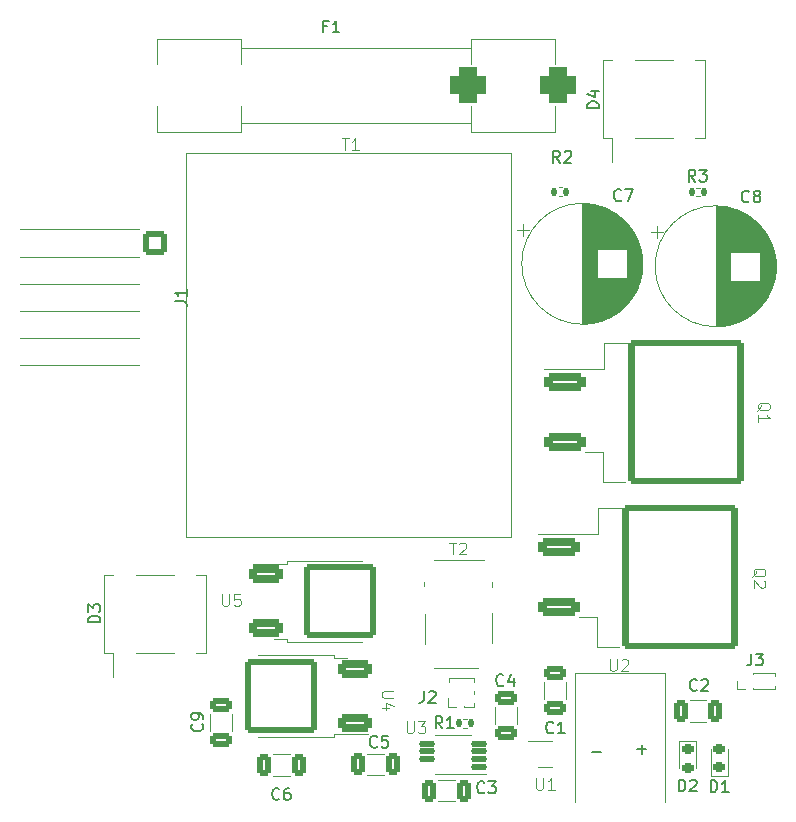
<source format=gto>
G04 #@! TF.GenerationSoftware,KiCad,Pcbnew,7.0.6*
G04 #@! TF.CreationDate,2023-11-30T23:32:02-05:00*
G04 #@! TF.ProjectId,TeslaCoil,5465736c-6143-46f6-996c-2e6b69636164,rev?*
G04 #@! TF.SameCoordinates,Original*
G04 #@! TF.FileFunction,Legend,Top*
G04 #@! TF.FilePolarity,Positive*
%FSLAX46Y46*%
G04 Gerber Fmt 4.6, Leading zero omitted, Abs format (unit mm)*
G04 Created by KiCad (PCBNEW 7.0.6) date 2023-11-30 23:32:02*
%MOMM*%
%LPD*%
G01*
G04 APERTURE LIST*
G04 Aperture macros list*
%AMRoundRect*
0 Rectangle with rounded corners*
0 $1 Rounding radius*
0 $2 $3 $4 $5 $6 $7 $8 $9 X,Y pos of 4 corners*
0 Add a 4 corners polygon primitive as box body*
4,1,4,$2,$3,$4,$5,$6,$7,$8,$9,$2,$3,0*
0 Add four circle primitives for the rounded corners*
1,1,$1+$1,$2,$3*
1,1,$1+$1,$4,$5*
1,1,$1+$1,$6,$7*
1,1,$1+$1,$8,$9*
0 Add four rect primitives between the rounded corners*
20,1,$1+$1,$2,$3,$4,$5,0*
20,1,$1+$1,$4,$5,$6,$7,0*
20,1,$1+$1,$6,$7,$8,$9,0*
20,1,$1+$1,$8,$9,$2,$3,0*%
G04 Aperture macros list end*
%ADD10C,0.100000*%
%ADD11C,0.150000*%
%ADD12C,0.120000*%
%ADD13C,0.120711*%
%ADD14C,1.000000*%
%ADD15R,1.500000X2.000000*%
%ADD16RoundRect,0.250000X-0.325000X-0.650000X0.325000X-0.650000X0.325000X0.650000X-0.325000X0.650000X0*%
%ADD17R,0.850000X0.850000*%
%ADD18O,0.850000X0.850000*%
%ADD19RoundRect,0.363637X-1.386363X-0.436363X1.386363X-0.436363X1.386363X0.436363X-1.386363X0.436363X0*%
%ADD20RoundRect,0.259311X-4.615689X-5.840689X4.615689X-5.840689X4.615689X5.840689X-4.615689X5.840689X0*%
%ADD21RoundRect,0.250000X0.650000X-0.325000X0.650000X0.325000X-0.650000X0.325000X-0.650000X-0.325000X0*%
%ADD22RoundRect,0.135000X-0.135000X-0.185000X0.135000X-0.185000X0.135000X0.185000X-0.135000X0.185000X0*%
%ADD23RoundRect,0.750000X0.750000X0.750000X-0.750000X0.750000X-0.750000X-0.750000X0.750000X-0.750000X0*%
%ADD24C,3.000000*%
%ADD25RoundRect,0.312500X1.087500X0.437500X-1.087500X0.437500X-1.087500X-0.437500X1.087500X-0.437500X0*%
%ADD26RoundRect,0.262928X2.787072X2.887072X-2.787072X2.887072X-2.787072X-2.887072X2.787072X-2.887072X0*%
%ADD27R,0.850000X0.350000*%
%ADD28RoundRect,0.218750X0.256250X-0.218750X0.256250X0.218750X-0.256250X0.218750X-0.256250X-0.218750X0*%
%ADD29RoundRect,0.250000X-0.650000X0.325000X-0.650000X-0.325000X0.650000X-0.325000X0.650000X0.325000X0*%
%ADD30RoundRect,0.112500X-0.587500X0.112500X-0.587500X-0.112500X0.587500X-0.112500X0.587500X0.112500X0*%
%ADD31R,2.000000X2.000000*%
%ADD32C,2.000000*%
%ADD33RoundRect,0.312500X-1.087500X-0.437500X1.087500X-0.437500X1.087500X0.437500X-1.087500X0.437500X0*%
%ADD34RoundRect,0.262928X-2.787072X-2.887072X2.787072X-2.887072X2.787072X2.887072X-2.787072X2.887072X0*%
%ADD35RoundRect,0.218750X-0.256250X0.218750X-0.256250X-0.218750X0.256250X-0.218750X0.256250X0.218750X0*%
%ADD36C,2.600000*%
%ADD37C,2.100000*%
%ADD38RoundRect,0.250001X-0.799999X0.799999X-0.799999X-0.799999X0.799999X-0.799999X0.799999X0.799999X0*%
%ADD39C,1.650000*%
%ADD40C,3.200000*%
%ADD41R,0.900000X0.900000*%
%ADD42R,1.270000X1.520000*%
G04 APERTURE END LIST*
D10*
X103878095Y-64667419D02*
X104449523Y-64667419D01*
X104163809Y-65667419D02*
X104163809Y-64667419D01*
X105306666Y-65667419D02*
X104735238Y-65667419D01*
X105020952Y-65667419D02*
X105020952Y-64667419D01*
X105020952Y-64667419D02*
X104925714Y-64810276D01*
X104925714Y-64810276D02*
X104830476Y-64905514D01*
X104830476Y-64905514D02*
X104735238Y-64953133D01*
D11*
X125654819Y-62118094D02*
X124654819Y-62118094D01*
X124654819Y-62118094D02*
X124654819Y-61879999D01*
X124654819Y-61879999D02*
X124702438Y-61737142D01*
X124702438Y-61737142D02*
X124797676Y-61641904D01*
X124797676Y-61641904D02*
X124892914Y-61594285D01*
X124892914Y-61594285D02*
X125083390Y-61546666D01*
X125083390Y-61546666D02*
X125226247Y-61546666D01*
X125226247Y-61546666D02*
X125416723Y-61594285D01*
X125416723Y-61594285D02*
X125511961Y-61641904D01*
X125511961Y-61641904D02*
X125607200Y-61737142D01*
X125607200Y-61737142D02*
X125654819Y-61879999D01*
X125654819Y-61879999D02*
X125654819Y-62118094D01*
X124988152Y-60689523D02*
X125654819Y-60689523D01*
X124607200Y-60927618D02*
X125321485Y-61165713D01*
X125321485Y-61165713D02*
X125321485Y-60546666D01*
X106853333Y-116159580D02*
X106805714Y-116207200D01*
X106805714Y-116207200D02*
X106662857Y-116254819D01*
X106662857Y-116254819D02*
X106567619Y-116254819D01*
X106567619Y-116254819D02*
X106424762Y-116207200D01*
X106424762Y-116207200D02*
X106329524Y-116111961D01*
X106329524Y-116111961D02*
X106281905Y-116016723D01*
X106281905Y-116016723D02*
X106234286Y-115826247D01*
X106234286Y-115826247D02*
X106234286Y-115683390D01*
X106234286Y-115683390D02*
X106281905Y-115492914D01*
X106281905Y-115492914D02*
X106329524Y-115397676D01*
X106329524Y-115397676D02*
X106424762Y-115302438D01*
X106424762Y-115302438D02*
X106567619Y-115254819D01*
X106567619Y-115254819D02*
X106662857Y-115254819D01*
X106662857Y-115254819D02*
X106805714Y-115302438D01*
X106805714Y-115302438D02*
X106853333Y-115350057D01*
X107758095Y-115254819D02*
X107281905Y-115254819D01*
X107281905Y-115254819D02*
X107234286Y-115731009D01*
X107234286Y-115731009D02*
X107281905Y-115683390D01*
X107281905Y-115683390D02*
X107377143Y-115635771D01*
X107377143Y-115635771D02*
X107615238Y-115635771D01*
X107615238Y-115635771D02*
X107710476Y-115683390D01*
X107710476Y-115683390D02*
X107758095Y-115731009D01*
X107758095Y-115731009D02*
X107805714Y-115826247D01*
X107805714Y-115826247D02*
X107805714Y-116064342D01*
X107805714Y-116064342D02*
X107758095Y-116159580D01*
X107758095Y-116159580D02*
X107710476Y-116207200D01*
X107710476Y-116207200D02*
X107615238Y-116254819D01*
X107615238Y-116254819D02*
X107377143Y-116254819D01*
X107377143Y-116254819D02*
X107281905Y-116207200D01*
X107281905Y-116207200D02*
X107234286Y-116159580D01*
X138526666Y-108294819D02*
X138526666Y-109009104D01*
X138526666Y-109009104D02*
X138479047Y-109151961D01*
X138479047Y-109151961D02*
X138383809Y-109247200D01*
X138383809Y-109247200D02*
X138240952Y-109294819D01*
X138240952Y-109294819D02*
X138145714Y-109294819D01*
X138907619Y-108294819D02*
X139526666Y-108294819D01*
X139526666Y-108294819D02*
X139193333Y-108675771D01*
X139193333Y-108675771D02*
X139336190Y-108675771D01*
X139336190Y-108675771D02*
X139431428Y-108723390D01*
X139431428Y-108723390D02*
X139479047Y-108771009D01*
X139479047Y-108771009D02*
X139526666Y-108866247D01*
X139526666Y-108866247D02*
X139526666Y-109104342D01*
X139526666Y-109104342D02*
X139479047Y-109199580D01*
X139479047Y-109199580D02*
X139431428Y-109247200D01*
X139431428Y-109247200D02*
X139336190Y-109294819D01*
X139336190Y-109294819D02*
X139050476Y-109294819D01*
X139050476Y-109294819D02*
X138955238Y-109247200D01*
X138955238Y-109247200D02*
X138907619Y-109199580D01*
X110806666Y-111484819D02*
X110806666Y-112199104D01*
X110806666Y-112199104D02*
X110759047Y-112341961D01*
X110759047Y-112341961D02*
X110663809Y-112437200D01*
X110663809Y-112437200D02*
X110520952Y-112484819D01*
X110520952Y-112484819D02*
X110425714Y-112484819D01*
X111235238Y-111580057D02*
X111282857Y-111532438D01*
X111282857Y-111532438D02*
X111378095Y-111484819D01*
X111378095Y-111484819D02*
X111616190Y-111484819D01*
X111616190Y-111484819D02*
X111711428Y-111532438D01*
X111711428Y-111532438D02*
X111759047Y-111580057D01*
X111759047Y-111580057D02*
X111806666Y-111675295D01*
X111806666Y-111675295D02*
X111806666Y-111770533D01*
X111806666Y-111770533D02*
X111759047Y-111913390D01*
X111759047Y-111913390D02*
X111187619Y-112484819D01*
X111187619Y-112484819D02*
X111806666Y-112484819D01*
D10*
X139027342Y-87764761D02*
X139074961Y-87669523D01*
X139074961Y-87669523D02*
X139170200Y-87574285D01*
X139170200Y-87574285D02*
X139313057Y-87431428D01*
X139313057Y-87431428D02*
X139360676Y-87336190D01*
X139360676Y-87336190D02*
X139360676Y-87240952D01*
X139122580Y-87288571D02*
X139170200Y-87193333D01*
X139170200Y-87193333D02*
X139265438Y-87098095D01*
X139265438Y-87098095D02*
X139455914Y-87050476D01*
X139455914Y-87050476D02*
X139789247Y-87050476D01*
X139789247Y-87050476D02*
X139979723Y-87098095D01*
X139979723Y-87098095D02*
X140074961Y-87193333D01*
X140074961Y-87193333D02*
X140122580Y-87288571D01*
X140122580Y-87288571D02*
X140122580Y-87479047D01*
X140122580Y-87479047D02*
X140074961Y-87574285D01*
X140074961Y-87574285D02*
X139979723Y-87669523D01*
X139979723Y-87669523D02*
X139789247Y-87717142D01*
X139789247Y-87717142D02*
X139455914Y-87717142D01*
X139455914Y-87717142D02*
X139265438Y-87669523D01*
X139265438Y-87669523D02*
X139170200Y-87574285D01*
X139170200Y-87574285D02*
X139122580Y-87479047D01*
X139122580Y-87479047D02*
X139122580Y-87288571D01*
X139122580Y-88669523D02*
X139122580Y-88098095D01*
X139122580Y-88383809D02*
X140122580Y-88383809D01*
X140122580Y-88383809D02*
X139979723Y-88288571D01*
X139979723Y-88288571D02*
X139884485Y-88193333D01*
X139884485Y-88193333D02*
X139836866Y-88098095D01*
D11*
X115943333Y-120029580D02*
X115895714Y-120077200D01*
X115895714Y-120077200D02*
X115752857Y-120124819D01*
X115752857Y-120124819D02*
X115657619Y-120124819D01*
X115657619Y-120124819D02*
X115514762Y-120077200D01*
X115514762Y-120077200D02*
X115419524Y-119981961D01*
X115419524Y-119981961D02*
X115371905Y-119886723D01*
X115371905Y-119886723D02*
X115324286Y-119696247D01*
X115324286Y-119696247D02*
X115324286Y-119553390D01*
X115324286Y-119553390D02*
X115371905Y-119362914D01*
X115371905Y-119362914D02*
X115419524Y-119267676D01*
X115419524Y-119267676D02*
X115514762Y-119172438D01*
X115514762Y-119172438D02*
X115657619Y-119124819D01*
X115657619Y-119124819D02*
X115752857Y-119124819D01*
X115752857Y-119124819D02*
X115895714Y-119172438D01*
X115895714Y-119172438D02*
X115943333Y-119220057D01*
X116276667Y-119124819D02*
X116895714Y-119124819D01*
X116895714Y-119124819D02*
X116562381Y-119505771D01*
X116562381Y-119505771D02*
X116705238Y-119505771D01*
X116705238Y-119505771D02*
X116800476Y-119553390D01*
X116800476Y-119553390D02*
X116848095Y-119601009D01*
X116848095Y-119601009D02*
X116895714Y-119696247D01*
X116895714Y-119696247D02*
X116895714Y-119934342D01*
X116895714Y-119934342D02*
X116848095Y-120029580D01*
X116848095Y-120029580D02*
X116800476Y-120077200D01*
X116800476Y-120077200D02*
X116705238Y-120124819D01*
X116705238Y-120124819D02*
X116419524Y-120124819D01*
X116419524Y-120124819D02*
X116324286Y-120077200D01*
X116324286Y-120077200D02*
X116276667Y-120029580D01*
X117553333Y-110959580D02*
X117505714Y-111007200D01*
X117505714Y-111007200D02*
X117362857Y-111054819D01*
X117362857Y-111054819D02*
X117267619Y-111054819D01*
X117267619Y-111054819D02*
X117124762Y-111007200D01*
X117124762Y-111007200D02*
X117029524Y-110911961D01*
X117029524Y-110911961D02*
X116981905Y-110816723D01*
X116981905Y-110816723D02*
X116934286Y-110626247D01*
X116934286Y-110626247D02*
X116934286Y-110483390D01*
X116934286Y-110483390D02*
X116981905Y-110292914D01*
X116981905Y-110292914D02*
X117029524Y-110197676D01*
X117029524Y-110197676D02*
X117124762Y-110102438D01*
X117124762Y-110102438D02*
X117267619Y-110054819D01*
X117267619Y-110054819D02*
X117362857Y-110054819D01*
X117362857Y-110054819D02*
X117505714Y-110102438D01*
X117505714Y-110102438D02*
X117553333Y-110150057D01*
X118410476Y-110388152D02*
X118410476Y-111054819D01*
X118172381Y-110007200D02*
X117934286Y-110721485D01*
X117934286Y-110721485D02*
X118553333Y-110721485D01*
X112373333Y-114624819D02*
X112040000Y-114148628D01*
X111801905Y-114624819D02*
X111801905Y-113624819D01*
X111801905Y-113624819D02*
X112182857Y-113624819D01*
X112182857Y-113624819D02*
X112278095Y-113672438D01*
X112278095Y-113672438D02*
X112325714Y-113720057D01*
X112325714Y-113720057D02*
X112373333Y-113815295D01*
X112373333Y-113815295D02*
X112373333Y-113958152D01*
X112373333Y-113958152D02*
X112325714Y-114053390D01*
X112325714Y-114053390D02*
X112278095Y-114101009D01*
X112278095Y-114101009D02*
X112182857Y-114148628D01*
X112182857Y-114148628D02*
X111801905Y-114148628D01*
X113325714Y-114624819D02*
X112754286Y-114624819D01*
X113040000Y-114624819D02*
X113040000Y-113624819D01*
X113040000Y-113624819D02*
X112944762Y-113767676D01*
X112944762Y-113767676D02*
X112849524Y-113862914D01*
X112849524Y-113862914D02*
X112754286Y-113910533D01*
X102616666Y-55191009D02*
X102283333Y-55191009D01*
X102283333Y-55714819D02*
X102283333Y-54714819D01*
X102283333Y-54714819D02*
X102759523Y-54714819D01*
X103664285Y-55714819D02*
X103092857Y-55714819D01*
X103378571Y-55714819D02*
X103378571Y-54714819D01*
X103378571Y-54714819D02*
X103283333Y-54857676D01*
X103283333Y-54857676D02*
X103188095Y-54952914D01*
X103188095Y-54952914D02*
X103092857Y-55000533D01*
D10*
X108232580Y-111468095D02*
X107423057Y-111468095D01*
X107423057Y-111468095D02*
X107327819Y-111515714D01*
X107327819Y-111515714D02*
X107280200Y-111563333D01*
X107280200Y-111563333D02*
X107232580Y-111658571D01*
X107232580Y-111658571D02*
X107232580Y-111849047D01*
X107232580Y-111849047D02*
X107280200Y-111944285D01*
X107280200Y-111944285D02*
X107327819Y-111991904D01*
X107327819Y-111991904D02*
X107423057Y-112039523D01*
X107423057Y-112039523D02*
X108232580Y-112039523D01*
X107899247Y-112944285D02*
X107232580Y-112944285D01*
X108280200Y-112706190D02*
X107565914Y-112468095D01*
X107565914Y-112468095D02*
X107565914Y-113087142D01*
X120318095Y-118837419D02*
X120318095Y-119646942D01*
X120318095Y-119646942D02*
X120365714Y-119742180D01*
X120365714Y-119742180D02*
X120413333Y-119789800D01*
X120413333Y-119789800D02*
X120508571Y-119837419D01*
X120508571Y-119837419D02*
X120699047Y-119837419D01*
X120699047Y-119837419D02*
X120794285Y-119789800D01*
X120794285Y-119789800D02*
X120841904Y-119742180D01*
X120841904Y-119742180D02*
X120889523Y-119646942D01*
X120889523Y-119646942D02*
X120889523Y-118837419D01*
X121889523Y-119837419D02*
X121318095Y-119837419D01*
X121603809Y-119837419D02*
X121603809Y-118837419D01*
X121603809Y-118837419D02*
X121508571Y-118980276D01*
X121508571Y-118980276D02*
X121413333Y-119075514D01*
X121413333Y-119075514D02*
X121318095Y-119123133D01*
D11*
X98573333Y-120599580D02*
X98525714Y-120647200D01*
X98525714Y-120647200D02*
X98382857Y-120694819D01*
X98382857Y-120694819D02*
X98287619Y-120694819D01*
X98287619Y-120694819D02*
X98144762Y-120647200D01*
X98144762Y-120647200D02*
X98049524Y-120551961D01*
X98049524Y-120551961D02*
X98001905Y-120456723D01*
X98001905Y-120456723D02*
X97954286Y-120266247D01*
X97954286Y-120266247D02*
X97954286Y-120123390D01*
X97954286Y-120123390D02*
X98001905Y-119932914D01*
X98001905Y-119932914D02*
X98049524Y-119837676D01*
X98049524Y-119837676D02*
X98144762Y-119742438D01*
X98144762Y-119742438D02*
X98287619Y-119694819D01*
X98287619Y-119694819D02*
X98382857Y-119694819D01*
X98382857Y-119694819D02*
X98525714Y-119742438D01*
X98525714Y-119742438D02*
X98573333Y-119790057D01*
X99430476Y-119694819D02*
X99240000Y-119694819D01*
X99240000Y-119694819D02*
X99144762Y-119742438D01*
X99144762Y-119742438D02*
X99097143Y-119790057D01*
X99097143Y-119790057D02*
X99001905Y-119932914D01*
X99001905Y-119932914D02*
X98954286Y-120123390D01*
X98954286Y-120123390D02*
X98954286Y-120504342D01*
X98954286Y-120504342D02*
X99001905Y-120599580D01*
X99001905Y-120599580D02*
X99049524Y-120647200D01*
X99049524Y-120647200D02*
X99144762Y-120694819D01*
X99144762Y-120694819D02*
X99335238Y-120694819D01*
X99335238Y-120694819D02*
X99430476Y-120647200D01*
X99430476Y-120647200D02*
X99478095Y-120599580D01*
X99478095Y-120599580D02*
X99525714Y-120504342D01*
X99525714Y-120504342D02*
X99525714Y-120266247D01*
X99525714Y-120266247D02*
X99478095Y-120171009D01*
X99478095Y-120171009D02*
X99430476Y-120123390D01*
X99430476Y-120123390D02*
X99335238Y-120075771D01*
X99335238Y-120075771D02*
X99144762Y-120075771D01*
X99144762Y-120075771D02*
X99049524Y-120123390D01*
X99049524Y-120123390D02*
X99001905Y-120171009D01*
X99001905Y-120171009D02*
X98954286Y-120266247D01*
X133803333Y-68334819D02*
X133470000Y-67858628D01*
X133231905Y-68334819D02*
X133231905Y-67334819D01*
X133231905Y-67334819D02*
X133612857Y-67334819D01*
X133612857Y-67334819D02*
X133708095Y-67382438D01*
X133708095Y-67382438D02*
X133755714Y-67430057D01*
X133755714Y-67430057D02*
X133803333Y-67525295D01*
X133803333Y-67525295D02*
X133803333Y-67668152D01*
X133803333Y-67668152D02*
X133755714Y-67763390D01*
X133755714Y-67763390D02*
X133708095Y-67811009D01*
X133708095Y-67811009D02*
X133612857Y-67858628D01*
X133612857Y-67858628D02*
X133231905Y-67858628D01*
X134136667Y-67334819D02*
X134755714Y-67334819D01*
X134755714Y-67334819D02*
X134422381Y-67715771D01*
X134422381Y-67715771D02*
X134565238Y-67715771D01*
X134565238Y-67715771D02*
X134660476Y-67763390D01*
X134660476Y-67763390D02*
X134708095Y-67811009D01*
X134708095Y-67811009D02*
X134755714Y-67906247D01*
X134755714Y-67906247D02*
X134755714Y-68144342D01*
X134755714Y-68144342D02*
X134708095Y-68239580D01*
X134708095Y-68239580D02*
X134660476Y-68287200D01*
X134660476Y-68287200D02*
X134565238Y-68334819D01*
X134565238Y-68334819D02*
X134279524Y-68334819D01*
X134279524Y-68334819D02*
X134184286Y-68287200D01*
X134184286Y-68287200D02*
X134136667Y-68239580D01*
X135101905Y-120024819D02*
X135101905Y-119024819D01*
X135101905Y-119024819D02*
X135340000Y-119024819D01*
X135340000Y-119024819D02*
X135482857Y-119072438D01*
X135482857Y-119072438D02*
X135578095Y-119167676D01*
X135578095Y-119167676D02*
X135625714Y-119262914D01*
X135625714Y-119262914D02*
X135673333Y-119453390D01*
X135673333Y-119453390D02*
X135673333Y-119596247D01*
X135673333Y-119596247D02*
X135625714Y-119786723D01*
X135625714Y-119786723D02*
X135578095Y-119881961D01*
X135578095Y-119881961D02*
X135482857Y-119977200D01*
X135482857Y-119977200D02*
X135340000Y-120024819D01*
X135340000Y-120024819D02*
X135101905Y-120024819D01*
X136625714Y-120024819D02*
X136054286Y-120024819D01*
X136340000Y-120024819D02*
X136340000Y-119024819D01*
X136340000Y-119024819D02*
X136244762Y-119167676D01*
X136244762Y-119167676D02*
X136149524Y-119262914D01*
X136149524Y-119262914D02*
X136054286Y-119310533D01*
X92029580Y-114276666D02*
X92077200Y-114324285D01*
X92077200Y-114324285D02*
X92124819Y-114467142D01*
X92124819Y-114467142D02*
X92124819Y-114562380D01*
X92124819Y-114562380D02*
X92077200Y-114705237D01*
X92077200Y-114705237D02*
X91981961Y-114800475D01*
X91981961Y-114800475D02*
X91886723Y-114848094D01*
X91886723Y-114848094D02*
X91696247Y-114895713D01*
X91696247Y-114895713D02*
X91553390Y-114895713D01*
X91553390Y-114895713D02*
X91362914Y-114848094D01*
X91362914Y-114848094D02*
X91267676Y-114800475D01*
X91267676Y-114800475D02*
X91172438Y-114705237D01*
X91172438Y-114705237D02*
X91124819Y-114562380D01*
X91124819Y-114562380D02*
X91124819Y-114467142D01*
X91124819Y-114467142D02*
X91172438Y-114324285D01*
X91172438Y-114324285D02*
X91220057Y-114276666D01*
X92124819Y-113800475D02*
X92124819Y-113609999D01*
X92124819Y-113609999D02*
X92077200Y-113514761D01*
X92077200Y-113514761D02*
X92029580Y-113467142D01*
X92029580Y-113467142D02*
X91886723Y-113371904D01*
X91886723Y-113371904D02*
X91696247Y-113324285D01*
X91696247Y-113324285D02*
X91315295Y-113324285D01*
X91315295Y-113324285D02*
X91220057Y-113371904D01*
X91220057Y-113371904D02*
X91172438Y-113419523D01*
X91172438Y-113419523D02*
X91124819Y-113514761D01*
X91124819Y-113514761D02*
X91124819Y-113705237D01*
X91124819Y-113705237D02*
X91172438Y-113800475D01*
X91172438Y-113800475D02*
X91220057Y-113848094D01*
X91220057Y-113848094D02*
X91315295Y-113895713D01*
X91315295Y-113895713D02*
X91553390Y-113895713D01*
X91553390Y-113895713D02*
X91648628Y-113848094D01*
X91648628Y-113848094D02*
X91696247Y-113800475D01*
X91696247Y-113800475D02*
X91743866Y-113705237D01*
X91743866Y-113705237D02*
X91743866Y-113514761D01*
X91743866Y-113514761D02*
X91696247Y-113419523D01*
X91696247Y-113419523D02*
X91648628Y-113371904D01*
X91648628Y-113371904D02*
X91553390Y-113324285D01*
D10*
X109368095Y-114037419D02*
X109368095Y-114846942D01*
X109368095Y-114846942D02*
X109415714Y-114942180D01*
X109415714Y-114942180D02*
X109463333Y-114989800D01*
X109463333Y-114989800D02*
X109558571Y-115037419D01*
X109558571Y-115037419D02*
X109749047Y-115037419D01*
X109749047Y-115037419D02*
X109844285Y-114989800D01*
X109844285Y-114989800D02*
X109891904Y-114942180D01*
X109891904Y-114942180D02*
X109939523Y-114846942D01*
X109939523Y-114846942D02*
X109939523Y-114037419D01*
X110320476Y-114037419D02*
X110939523Y-114037419D01*
X110939523Y-114037419D02*
X110606190Y-114418371D01*
X110606190Y-114418371D02*
X110749047Y-114418371D01*
X110749047Y-114418371D02*
X110844285Y-114465990D01*
X110844285Y-114465990D02*
X110891904Y-114513609D01*
X110891904Y-114513609D02*
X110939523Y-114608847D01*
X110939523Y-114608847D02*
X110939523Y-114846942D01*
X110939523Y-114846942D02*
X110891904Y-114942180D01*
X110891904Y-114942180D02*
X110844285Y-114989800D01*
X110844285Y-114989800D02*
X110749047Y-115037419D01*
X110749047Y-115037419D02*
X110463333Y-115037419D01*
X110463333Y-115037419D02*
X110368095Y-114989800D01*
X110368095Y-114989800D02*
X110320476Y-114942180D01*
D11*
X127523333Y-69899580D02*
X127475714Y-69947200D01*
X127475714Y-69947200D02*
X127332857Y-69994819D01*
X127332857Y-69994819D02*
X127237619Y-69994819D01*
X127237619Y-69994819D02*
X127094762Y-69947200D01*
X127094762Y-69947200D02*
X126999524Y-69851961D01*
X126999524Y-69851961D02*
X126951905Y-69756723D01*
X126951905Y-69756723D02*
X126904286Y-69566247D01*
X126904286Y-69566247D02*
X126904286Y-69423390D01*
X126904286Y-69423390D02*
X126951905Y-69232914D01*
X126951905Y-69232914D02*
X126999524Y-69137676D01*
X126999524Y-69137676D02*
X127094762Y-69042438D01*
X127094762Y-69042438D02*
X127237619Y-68994819D01*
X127237619Y-68994819D02*
X127332857Y-68994819D01*
X127332857Y-68994819D02*
X127475714Y-69042438D01*
X127475714Y-69042438D02*
X127523333Y-69090057D01*
X127856667Y-68994819D02*
X128523333Y-68994819D01*
X128523333Y-68994819D02*
X128094762Y-69994819D01*
D10*
X93728095Y-103257419D02*
X93728095Y-104066942D01*
X93728095Y-104066942D02*
X93775714Y-104162180D01*
X93775714Y-104162180D02*
X93823333Y-104209800D01*
X93823333Y-104209800D02*
X93918571Y-104257419D01*
X93918571Y-104257419D02*
X94109047Y-104257419D01*
X94109047Y-104257419D02*
X94204285Y-104209800D01*
X94204285Y-104209800D02*
X94251904Y-104162180D01*
X94251904Y-104162180D02*
X94299523Y-104066942D01*
X94299523Y-104066942D02*
X94299523Y-103257419D01*
X95251904Y-103257419D02*
X94775714Y-103257419D01*
X94775714Y-103257419D02*
X94728095Y-103733609D01*
X94728095Y-103733609D02*
X94775714Y-103685990D01*
X94775714Y-103685990D02*
X94870952Y-103638371D01*
X94870952Y-103638371D02*
X95109047Y-103638371D01*
X95109047Y-103638371D02*
X95204285Y-103685990D01*
X95204285Y-103685990D02*
X95251904Y-103733609D01*
X95251904Y-103733609D02*
X95299523Y-103828847D01*
X95299523Y-103828847D02*
X95299523Y-104066942D01*
X95299523Y-104066942D02*
X95251904Y-104162180D01*
X95251904Y-104162180D02*
X95204285Y-104209800D01*
X95204285Y-104209800D02*
X95109047Y-104257419D01*
X95109047Y-104257419D02*
X94870952Y-104257419D01*
X94870952Y-104257419D02*
X94775714Y-104209800D01*
X94775714Y-104209800D02*
X94728095Y-104162180D01*
X138627342Y-101814761D02*
X138674961Y-101719523D01*
X138674961Y-101719523D02*
X138770200Y-101624285D01*
X138770200Y-101624285D02*
X138913057Y-101481428D01*
X138913057Y-101481428D02*
X138960676Y-101386190D01*
X138960676Y-101386190D02*
X138960676Y-101290952D01*
X138722580Y-101338571D02*
X138770200Y-101243333D01*
X138770200Y-101243333D02*
X138865438Y-101148095D01*
X138865438Y-101148095D02*
X139055914Y-101100476D01*
X139055914Y-101100476D02*
X139389247Y-101100476D01*
X139389247Y-101100476D02*
X139579723Y-101148095D01*
X139579723Y-101148095D02*
X139674961Y-101243333D01*
X139674961Y-101243333D02*
X139722580Y-101338571D01*
X139722580Y-101338571D02*
X139722580Y-101529047D01*
X139722580Y-101529047D02*
X139674961Y-101624285D01*
X139674961Y-101624285D02*
X139579723Y-101719523D01*
X139579723Y-101719523D02*
X139389247Y-101767142D01*
X139389247Y-101767142D02*
X139055914Y-101767142D01*
X139055914Y-101767142D02*
X138865438Y-101719523D01*
X138865438Y-101719523D02*
X138770200Y-101624285D01*
X138770200Y-101624285D02*
X138722580Y-101529047D01*
X138722580Y-101529047D02*
X138722580Y-101338571D01*
X139627342Y-102148095D02*
X139674961Y-102195714D01*
X139674961Y-102195714D02*
X139722580Y-102290952D01*
X139722580Y-102290952D02*
X139722580Y-102529047D01*
X139722580Y-102529047D02*
X139674961Y-102624285D01*
X139674961Y-102624285D02*
X139627342Y-102671904D01*
X139627342Y-102671904D02*
X139532104Y-102719523D01*
X139532104Y-102719523D02*
X139436866Y-102719523D01*
X139436866Y-102719523D02*
X139294009Y-102671904D01*
X139294009Y-102671904D02*
X138722580Y-102100476D01*
X138722580Y-102100476D02*
X138722580Y-102719523D01*
D11*
X138343333Y-69999580D02*
X138295714Y-70047200D01*
X138295714Y-70047200D02*
X138152857Y-70094819D01*
X138152857Y-70094819D02*
X138057619Y-70094819D01*
X138057619Y-70094819D02*
X137914762Y-70047200D01*
X137914762Y-70047200D02*
X137819524Y-69951961D01*
X137819524Y-69951961D02*
X137771905Y-69856723D01*
X137771905Y-69856723D02*
X137724286Y-69666247D01*
X137724286Y-69666247D02*
X137724286Y-69523390D01*
X137724286Y-69523390D02*
X137771905Y-69332914D01*
X137771905Y-69332914D02*
X137819524Y-69237676D01*
X137819524Y-69237676D02*
X137914762Y-69142438D01*
X137914762Y-69142438D02*
X138057619Y-69094819D01*
X138057619Y-69094819D02*
X138152857Y-69094819D01*
X138152857Y-69094819D02*
X138295714Y-69142438D01*
X138295714Y-69142438D02*
X138343333Y-69190057D01*
X138914762Y-69523390D02*
X138819524Y-69475771D01*
X138819524Y-69475771D02*
X138771905Y-69428152D01*
X138771905Y-69428152D02*
X138724286Y-69332914D01*
X138724286Y-69332914D02*
X138724286Y-69285295D01*
X138724286Y-69285295D02*
X138771905Y-69190057D01*
X138771905Y-69190057D02*
X138819524Y-69142438D01*
X138819524Y-69142438D02*
X138914762Y-69094819D01*
X138914762Y-69094819D02*
X139105238Y-69094819D01*
X139105238Y-69094819D02*
X139200476Y-69142438D01*
X139200476Y-69142438D02*
X139248095Y-69190057D01*
X139248095Y-69190057D02*
X139295714Y-69285295D01*
X139295714Y-69285295D02*
X139295714Y-69332914D01*
X139295714Y-69332914D02*
X139248095Y-69428152D01*
X139248095Y-69428152D02*
X139200476Y-69475771D01*
X139200476Y-69475771D02*
X139105238Y-69523390D01*
X139105238Y-69523390D02*
X138914762Y-69523390D01*
X138914762Y-69523390D02*
X138819524Y-69571009D01*
X138819524Y-69571009D02*
X138771905Y-69618628D01*
X138771905Y-69618628D02*
X138724286Y-69713866D01*
X138724286Y-69713866D02*
X138724286Y-69904342D01*
X138724286Y-69904342D02*
X138771905Y-69999580D01*
X138771905Y-69999580D02*
X138819524Y-70047200D01*
X138819524Y-70047200D02*
X138914762Y-70094819D01*
X138914762Y-70094819D02*
X139105238Y-70094819D01*
X139105238Y-70094819D02*
X139200476Y-70047200D01*
X139200476Y-70047200D02*
X139248095Y-69999580D01*
X139248095Y-69999580D02*
X139295714Y-69904342D01*
X139295714Y-69904342D02*
X139295714Y-69713866D01*
X139295714Y-69713866D02*
X139248095Y-69618628D01*
X139248095Y-69618628D02*
X139200476Y-69571009D01*
X139200476Y-69571009D02*
X139105238Y-69523390D01*
X122343333Y-66734819D02*
X122010000Y-66258628D01*
X121771905Y-66734819D02*
X121771905Y-65734819D01*
X121771905Y-65734819D02*
X122152857Y-65734819D01*
X122152857Y-65734819D02*
X122248095Y-65782438D01*
X122248095Y-65782438D02*
X122295714Y-65830057D01*
X122295714Y-65830057D02*
X122343333Y-65925295D01*
X122343333Y-65925295D02*
X122343333Y-66068152D01*
X122343333Y-66068152D02*
X122295714Y-66163390D01*
X122295714Y-66163390D02*
X122248095Y-66211009D01*
X122248095Y-66211009D02*
X122152857Y-66258628D01*
X122152857Y-66258628D02*
X121771905Y-66258628D01*
X122724286Y-65830057D02*
X122771905Y-65782438D01*
X122771905Y-65782438D02*
X122867143Y-65734819D01*
X122867143Y-65734819D02*
X123105238Y-65734819D01*
X123105238Y-65734819D02*
X123200476Y-65782438D01*
X123200476Y-65782438D02*
X123248095Y-65830057D01*
X123248095Y-65830057D02*
X123295714Y-65925295D01*
X123295714Y-65925295D02*
X123295714Y-66020533D01*
X123295714Y-66020533D02*
X123248095Y-66163390D01*
X123248095Y-66163390D02*
X122676667Y-66734819D01*
X122676667Y-66734819D02*
X123295714Y-66734819D01*
X132391905Y-119974819D02*
X132391905Y-118974819D01*
X132391905Y-118974819D02*
X132630000Y-118974819D01*
X132630000Y-118974819D02*
X132772857Y-119022438D01*
X132772857Y-119022438D02*
X132868095Y-119117676D01*
X132868095Y-119117676D02*
X132915714Y-119212914D01*
X132915714Y-119212914D02*
X132963333Y-119403390D01*
X132963333Y-119403390D02*
X132963333Y-119546247D01*
X132963333Y-119546247D02*
X132915714Y-119736723D01*
X132915714Y-119736723D02*
X132868095Y-119831961D01*
X132868095Y-119831961D02*
X132772857Y-119927200D01*
X132772857Y-119927200D02*
X132630000Y-119974819D01*
X132630000Y-119974819D02*
X132391905Y-119974819D01*
X133344286Y-119070057D02*
X133391905Y-119022438D01*
X133391905Y-119022438D02*
X133487143Y-118974819D01*
X133487143Y-118974819D02*
X133725238Y-118974819D01*
X133725238Y-118974819D02*
X133820476Y-119022438D01*
X133820476Y-119022438D02*
X133868095Y-119070057D01*
X133868095Y-119070057D02*
X133915714Y-119165295D01*
X133915714Y-119165295D02*
X133915714Y-119260533D01*
X133915714Y-119260533D02*
X133868095Y-119403390D01*
X133868095Y-119403390D02*
X133296667Y-119974819D01*
X133296667Y-119974819D02*
X133915714Y-119974819D01*
X83414819Y-105648094D02*
X82414819Y-105648094D01*
X82414819Y-105648094D02*
X82414819Y-105409999D01*
X82414819Y-105409999D02*
X82462438Y-105267142D01*
X82462438Y-105267142D02*
X82557676Y-105171904D01*
X82557676Y-105171904D02*
X82652914Y-105124285D01*
X82652914Y-105124285D02*
X82843390Y-105076666D01*
X82843390Y-105076666D02*
X82986247Y-105076666D01*
X82986247Y-105076666D02*
X83176723Y-105124285D01*
X83176723Y-105124285D02*
X83271961Y-105171904D01*
X83271961Y-105171904D02*
X83367200Y-105267142D01*
X83367200Y-105267142D02*
X83414819Y-105409999D01*
X83414819Y-105409999D02*
X83414819Y-105648094D01*
X82414819Y-104743332D02*
X82414819Y-104124285D01*
X82414819Y-104124285D02*
X82795771Y-104457618D01*
X82795771Y-104457618D02*
X82795771Y-104314761D01*
X82795771Y-104314761D02*
X82843390Y-104219523D01*
X82843390Y-104219523D02*
X82891009Y-104171904D01*
X82891009Y-104171904D02*
X82986247Y-104124285D01*
X82986247Y-104124285D02*
X83224342Y-104124285D01*
X83224342Y-104124285D02*
X83319580Y-104171904D01*
X83319580Y-104171904D02*
X83367200Y-104219523D01*
X83367200Y-104219523D02*
X83414819Y-104314761D01*
X83414819Y-104314761D02*
X83414819Y-104600475D01*
X83414819Y-104600475D02*
X83367200Y-104695713D01*
X83367200Y-104695713D02*
X83319580Y-104743332D01*
X89734819Y-78473333D02*
X90449104Y-78473333D01*
X90449104Y-78473333D02*
X90591961Y-78520952D01*
X90591961Y-78520952D02*
X90687200Y-78616190D01*
X90687200Y-78616190D02*
X90734819Y-78759047D01*
X90734819Y-78759047D02*
X90734819Y-78854285D01*
X90734819Y-77473333D02*
X90734819Y-78044761D01*
X90734819Y-77759047D02*
X89734819Y-77759047D01*
X89734819Y-77759047D02*
X89877676Y-77854285D01*
X89877676Y-77854285D02*
X89972914Y-77949523D01*
X89972914Y-77949523D02*
X90020533Y-78044761D01*
X133923333Y-111369580D02*
X133875714Y-111417200D01*
X133875714Y-111417200D02*
X133732857Y-111464819D01*
X133732857Y-111464819D02*
X133637619Y-111464819D01*
X133637619Y-111464819D02*
X133494762Y-111417200D01*
X133494762Y-111417200D02*
X133399524Y-111321961D01*
X133399524Y-111321961D02*
X133351905Y-111226723D01*
X133351905Y-111226723D02*
X133304286Y-111036247D01*
X133304286Y-111036247D02*
X133304286Y-110893390D01*
X133304286Y-110893390D02*
X133351905Y-110702914D01*
X133351905Y-110702914D02*
X133399524Y-110607676D01*
X133399524Y-110607676D02*
X133494762Y-110512438D01*
X133494762Y-110512438D02*
X133637619Y-110464819D01*
X133637619Y-110464819D02*
X133732857Y-110464819D01*
X133732857Y-110464819D02*
X133875714Y-110512438D01*
X133875714Y-110512438D02*
X133923333Y-110560057D01*
X134304286Y-110560057D02*
X134351905Y-110512438D01*
X134351905Y-110512438D02*
X134447143Y-110464819D01*
X134447143Y-110464819D02*
X134685238Y-110464819D01*
X134685238Y-110464819D02*
X134780476Y-110512438D01*
X134780476Y-110512438D02*
X134828095Y-110560057D01*
X134828095Y-110560057D02*
X134875714Y-110655295D01*
X134875714Y-110655295D02*
X134875714Y-110750533D01*
X134875714Y-110750533D02*
X134828095Y-110893390D01*
X134828095Y-110893390D02*
X134256667Y-111464819D01*
X134256667Y-111464819D02*
X134875714Y-111464819D01*
X121773333Y-114969580D02*
X121725714Y-115017200D01*
X121725714Y-115017200D02*
X121582857Y-115064819D01*
X121582857Y-115064819D02*
X121487619Y-115064819D01*
X121487619Y-115064819D02*
X121344762Y-115017200D01*
X121344762Y-115017200D02*
X121249524Y-114921961D01*
X121249524Y-114921961D02*
X121201905Y-114826723D01*
X121201905Y-114826723D02*
X121154286Y-114636247D01*
X121154286Y-114636247D02*
X121154286Y-114493390D01*
X121154286Y-114493390D02*
X121201905Y-114302914D01*
X121201905Y-114302914D02*
X121249524Y-114207676D01*
X121249524Y-114207676D02*
X121344762Y-114112438D01*
X121344762Y-114112438D02*
X121487619Y-114064819D01*
X121487619Y-114064819D02*
X121582857Y-114064819D01*
X121582857Y-114064819D02*
X121725714Y-114112438D01*
X121725714Y-114112438D02*
X121773333Y-114160057D01*
X122725714Y-115064819D02*
X122154286Y-115064819D01*
X122440000Y-115064819D02*
X122440000Y-114064819D01*
X122440000Y-114064819D02*
X122344762Y-114207676D01*
X122344762Y-114207676D02*
X122249524Y-114302914D01*
X122249524Y-114302914D02*
X122154286Y-114350533D01*
D10*
X126558095Y-108757419D02*
X126558095Y-109566942D01*
X126558095Y-109566942D02*
X126605714Y-109662180D01*
X126605714Y-109662180D02*
X126653333Y-109709800D01*
X126653333Y-109709800D02*
X126748571Y-109757419D01*
X126748571Y-109757419D02*
X126939047Y-109757419D01*
X126939047Y-109757419D02*
X127034285Y-109709800D01*
X127034285Y-109709800D02*
X127081904Y-109662180D01*
X127081904Y-109662180D02*
X127129523Y-109566942D01*
X127129523Y-109566942D02*
X127129523Y-108757419D01*
X127558095Y-108852657D02*
X127605714Y-108805038D01*
X127605714Y-108805038D02*
X127700952Y-108757419D01*
X127700952Y-108757419D02*
X127939047Y-108757419D01*
X127939047Y-108757419D02*
X128034285Y-108805038D01*
X128034285Y-108805038D02*
X128081904Y-108852657D01*
X128081904Y-108852657D02*
X128129523Y-108947895D01*
X128129523Y-108947895D02*
X128129523Y-109043133D01*
X128129523Y-109043133D02*
X128081904Y-109185990D01*
X128081904Y-109185990D02*
X127510476Y-109757419D01*
X127510476Y-109757419D02*
X128129523Y-109757419D01*
D11*
X125783220Y-116608633D02*
X125021316Y-116608633D01*
X129623220Y-116388633D02*
X128861316Y-116388633D01*
X129242268Y-116007680D02*
X129242268Y-116769585D01*
D10*
X112958095Y-98907419D02*
X113529523Y-98907419D01*
X113243809Y-99907419D02*
X113243809Y-98907419D01*
X113815238Y-99002657D02*
X113862857Y-98955038D01*
X113862857Y-98955038D02*
X113958095Y-98907419D01*
X113958095Y-98907419D02*
X114196190Y-98907419D01*
X114196190Y-98907419D02*
X114291428Y-98955038D01*
X114291428Y-98955038D02*
X114339047Y-99002657D01*
X114339047Y-99002657D02*
X114386666Y-99097895D01*
X114386666Y-99097895D02*
X114386666Y-99193133D01*
X114386666Y-99193133D02*
X114339047Y-99335990D01*
X114339047Y-99335990D02*
X113767619Y-99907419D01*
X113767619Y-99907419D02*
X114386666Y-99907419D01*
X104420000Y-65930000D02*
X118170000Y-65930000D01*
X118170000Y-65930000D02*
X118170000Y-82180000D01*
X90670000Y-65930000D02*
X118170000Y-65930000D01*
X118170000Y-65930000D02*
X118170000Y-98430000D01*
X118170000Y-98430000D02*
X90670000Y-98430000D01*
X90670000Y-98430000D02*
X90670000Y-65930000D01*
D12*
X126744000Y-66714000D02*
X126744000Y-66714000D01*
X125982000Y-64682000D02*
X126744000Y-64682000D01*
X126744000Y-64682000D02*
X126744000Y-66714000D01*
X126000000Y-64680000D02*
X126000000Y-58080000D01*
X128700000Y-64680000D02*
X131900000Y-64680000D01*
X133800000Y-64680000D02*
X134600000Y-64680000D01*
X134600000Y-64680000D02*
X134600000Y-58080000D01*
X128700000Y-58080000D02*
X131900000Y-58080000D01*
X134600000Y-58080000D02*
X133800000Y-58080000D01*
X125982000Y-58078000D02*
X125982000Y-58078000D01*
X126744000Y-58078000D02*
X125982000Y-58078000D01*
X105988748Y-116760000D02*
X107411252Y-116760000D01*
X105988748Y-118580000D02*
X107411252Y-118580000D01*
X137285000Y-111305000D02*
X137285000Y-110610000D01*
X137970000Y-111305000D02*
X137285000Y-111305000D01*
X138655000Y-111305000D02*
X140530000Y-111305000D01*
X138655000Y-111305000D02*
X138655000Y-111218276D01*
X140530000Y-111305000D02*
X140530000Y-111004493D01*
X140530000Y-110215507D02*
X140530000Y-109915000D01*
X138655000Y-110001724D02*
X138655000Y-109915000D01*
X138655000Y-109915000D02*
X140530000Y-109915000D01*
X112825000Y-112810000D02*
X112825000Y-112100000D01*
X113510000Y-112810000D02*
X112825000Y-112810000D01*
X114195000Y-112810000D02*
X115070000Y-112810000D01*
X114195000Y-112810000D02*
X114195000Y-112708276D01*
X115070000Y-112810000D02*
X115070000Y-112494493D01*
X115070000Y-111705507D02*
X115070000Y-111494493D01*
X112950000Y-110705507D02*
X112950000Y-110390000D01*
X115070000Y-110705507D02*
X115070000Y-110390000D01*
X112950000Y-110390000D02*
X115070000Y-110390000D01*
X125992500Y-91245000D02*
X124442500Y-91245000D01*
X125992500Y-93795000D02*
X125992500Y-91245000D01*
X126092500Y-82020000D02*
X126092500Y-84245000D01*
X126092500Y-84245000D02*
X120942500Y-84245000D01*
X127867500Y-93795000D02*
X125992500Y-93795000D01*
X128017500Y-82020000D02*
X126092500Y-82020000D01*
X111998748Y-119000000D02*
X113421252Y-119000000D01*
X111998748Y-120820000D02*
X113421252Y-120820000D01*
X116870000Y-114231252D02*
X116870000Y-112808748D01*
X118690000Y-114231252D02*
X118690000Y-112808748D01*
X114126359Y-113820000D02*
X114433641Y-113820000D01*
X114126359Y-114580000D02*
X114433641Y-114580000D01*
X121895000Y-64105000D02*
X121895000Y-61920000D01*
X121895000Y-56235000D02*
X121895000Y-58420000D01*
X114830000Y-64105000D02*
X121895000Y-64105000D01*
X114830000Y-64105000D02*
X114830000Y-61920000D01*
X114830000Y-56235000D02*
X121895000Y-56235000D01*
X114830000Y-56235000D02*
X114830000Y-58420000D01*
X95350000Y-64105000D02*
X95350000Y-61920000D01*
X95350000Y-63345000D02*
X114830000Y-63345000D01*
X95350000Y-56995000D02*
X114830000Y-56995000D01*
X95350000Y-56235000D02*
X95350000Y-58420000D01*
X95350000Y-56235000D02*
X88240000Y-56235000D01*
X88240000Y-64105000D02*
X95350000Y-64105000D01*
X88240000Y-61920000D02*
X88240000Y-64105000D01*
X88240000Y-58420000D02*
X88240000Y-56235000D01*
X103225000Y-115345000D02*
X103225000Y-115075000D01*
X103225000Y-115075000D02*
X106055000Y-115075000D01*
X103225000Y-108715000D02*
X104325000Y-108715000D01*
X103225000Y-108445000D02*
X103225000Y-108715000D01*
X96805000Y-115345000D02*
X103225000Y-115345000D01*
X96805000Y-108445000D02*
X103225000Y-108445000D01*
D10*
X121702500Y-115665000D02*
X119607500Y-115665000D01*
X121700000Y-117915000D02*
X120460000Y-117915000D01*
D12*
X98018748Y-116840000D02*
X99441252Y-116840000D01*
X98018748Y-118660000D02*
X99441252Y-118660000D01*
X133856359Y-68840000D02*
X134163641Y-68840000D01*
X133856359Y-69600000D02*
X134163641Y-69600000D01*
X135105000Y-118635000D02*
X136575000Y-118635000D01*
X136575000Y-118635000D02*
X136575000Y-116350000D01*
X135105000Y-116350000D02*
X135105000Y-118635000D01*
X94540000Y-113438748D02*
X94540000Y-114861252D01*
X92720000Y-113438748D02*
X92720000Y-114861252D01*
D10*
X114835000Y-115225000D02*
X111735000Y-115225000D01*
X111760000Y-118475000D02*
X116110000Y-118475000D01*
D12*
X118740354Y-72415000D02*
X119740354Y-72415000D01*
X119240354Y-71915000D02*
X119240354Y-72915000D01*
X124220000Y-70210000D02*
X124220000Y-80370000D01*
X124260000Y-70210000D02*
X124260000Y-80370000D01*
X124300000Y-70210000D02*
X124300000Y-80370000D01*
X124340000Y-70211000D02*
X124340000Y-80369000D01*
X124380000Y-70212000D02*
X124380000Y-80368000D01*
X124420000Y-70213000D02*
X124420000Y-80367000D01*
X124460000Y-70215000D02*
X124460000Y-80365000D01*
X124500000Y-70217000D02*
X124500000Y-80363000D01*
X124540000Y-70220000D02*
X124540000Y-80360000D01*
X124580000Y-70222000D02*
X124580000Y-80358000D01*
X124620000Y-70225000D02*
X124620000Y-80355000D01*
X124660000Y-70228000D02*
X124660000Y-80352000D01*
X124700000Y-70232000D02*
X124700000Y-80348000D01*
X124740000Y-70236000D02*
X124740000Y-80344000D01*
X124780000Y-70240000D02*
X124780000Y-80340000D01*
X124820000Y-70245000D02*
X124820000Y-80335000D01*
X124860000Y-70250000D02*
X124860000Y-80330000D01*
X124900000Y-70255000D02*
X124900000Y-80325000D01*
X124941000Y-70260000D02*
X124941000Y-80320000D01*
X124981000Y-70266000D02*
X124981000Y-80314000D01*
X125021000Y-70272000D02*
X125021000Y-80308000D01*
X125061000Y-70279000D02*
X125061000Y-80301000D01*
X125101000Y-70286000D02*
X125101000Y-80294000D01*
X125141000Y-70293000D02*
X125141000Y-80287000D01*
X125181000Y-70300000D02*
X125181000Y-80280000D01*
X125221000Y-70308000D02*
X125221000Y-80272000D01*
X125261000Y-70316000D02*
X125261000Y-80264000D01*
X125301000Y-70325000D02*
X125301000Y-80255000D01*
X125341000Y-70334000D02*
X125341000Y-80246000D01*
X125381000Y-70343000D02*
X125381000Y-80237000D01*
X125421000Y-70352000D02*
X125421000Y-80228000D01*
X125461000Y-70362000D02*
X125461000Y-80218000D01*
X125501000Y-70372000D02*
X125501000Y-74049000D01*
X125501000Y-76531000D02*
X125501000Y-80208000D01*
X125541000Y-70383000D02*
X125541000Y-74049000D01*
X125541000Y-76531000D02*
X125541000Y-80197000D01*
X125581000Y-70393000D02*
X125581000Y-74049000D01*
X125581000Y-76531000D02*
X125581000Y-80187000D01*
X125621000Y-70405000D02*
X125621000Y-74049000D01*
X125621000Y-76531000D02*
X125621000Y-80175000D01*
X125661000Y-70416000D02*
X125661000Y-74049000D01*
X125661000Y-76531000D02*
X125661000Y-80164000D01*
X125701000Y-70428000D02*
X125701000Y-74049000D01*
X125701000Y-76531000D02*
X125701000Y-80152000D01*
X125741000Y-70440000D02*
X125741000Y-74049000D01*
X125741000Y-76531000D02*
X125741000Y-80140000D01*
X125781000Y-70453000D02*
X125781000Y-74049000D01*
X125781000Y-76531000D02*
X125781000Y-80127000D01*
X125821000Y-70466000D02*
X125821000Y-74049000D01*
X125821000Y-76531000D02*
X125821000Y-80114000D01*
X125861000Y-70479000D02*
X125861000Y-74049000D01*
X125861000Y-76531000D02*
X125861000Y-80101000D01*
X125901000Y-70493000D02*
X125901000Y-74049000D01*
X125901000Y-76531000D02*
X125901000Y-80087000D01*
X125941000Y-70507000D02*
X125941000Y-74049000D01*
X125941000Y-76531000D02*
X125941000Y-80073000D01*
X125981000Y-70522000D02*
X125981000Y-74049000D01*
X125981000Y-76531000D02*
X125981000Y-80058000D01*
X126021000Y-70536000D02*
X126021000Y-74049000D01*
X126021000Y-76531000D02*
X126021000Y-80044000D01*
X126061000Y-70552000D02*
X126061000Y-74049000D01*
X126061000Y-76531000D02*
X126061000Y-80028000D01*
X126101000Y-70567000D02*
X126101000Y-74049000D01*
X126101000Y-76531000D02*
X126101000Y-80013000D01*
X126141000Y-70583000D02*
X126141000Y-74049000D01*
X126141000Y-76531000D02*
X126141000Y-79997000D01*
X126181000Y-70600000D02*
X126181000Y-74049000D01*
X126181000Y-76531000D02*
X126181000Y-79980000D01*
X126221000Y-70616000D02*
X126221000Y-74049000D01*
X126221000Y-76531000D02*
X126221000Y-79964000D01*
X126261000Y-70633000D02*
X126261000Y-74049000D01*
X126261000Y-76531000D02*
X126261000Y-79947000D01*
X126301000Y-70651000D02*
X126301000Y-74049000D01*
X126301000Y-76531000D02*
X126301000Y-79929000D01*
X126341000Y-70669000D02*
X126341000Y-74049000D01*
X126341000Y-76531000D02*
X126341000Y-79911000D01*
X126381000Y-70687000D02*
X126381000Y-74049000D01*
X126381000Y-76531000D02*
X126381000Y-79893000D01*
X126421000Y-70706000D02*
X126421000Y-74049000D01*
X126421000Y-76531000D02*
X126421000Y-79874000D01*
X126461000Y-70726000D02*
X126461000Y-74049000D01*
X126461000Y-76531000D02*
X126461000Y-79854000D01*
X126501000Y-70745000D02*
X126501000Y-74049000D01*
X126501000Y-76531000D02*
X126501000Y-79835000D01*
X126541000Y-70765000D02*
X126541000Y-74049000D01*
X126541000Y-76531000D02*
X126541000Y-79815000D01*
X126581000Y-70786000D02*
X126581000Y-74049000D01*
X126581000Y-76531000D02*
X126581000Y-79794000D01*
X126621000Y-70807000D02*
X126621000Y-74049000D01*
X126621000Y-76531000D02*
X126621000Y-79773000D01*
X126661000Y-70828000D02*
X126661000Y-74049000D01*
X126661000Y-76531000D02*
X126661000Y-79752000D01*
X126701000Y-70850000D02*
X126701000Y-74049000D01*
X126701000Y-76531000D02*
X126701000Y-79730000D01*
X126741000Y-70873000D02*
X126741000Y-74049000D01*
X126741000Y-76531000D02*
X126741000Y-79707000D01*
X126781000Y-70895000D02*
X126781000Y-74049000D01*
X126781000Y-76531000D02*
X126781000Y-79685000D01*
X126821000Y-70919000D02*
X126821000Y-74049000D01*
X126821000Y-76531000D02*
X126821000Y-79661000D01*
X126861000Y-70943000D02*
X126861000Y-74049000D01*
X126861000Y-76531000D02*
X126861000Y-79637000D01*
X126901000Y-70967000D02*
X126901000Y-74049000D01*
X126901000Y-76531000D02*
X126901000Y-79613000D01*
X126941000Y-70992000D02*
X126941000Y-74049000D01*
X126941000Y-76531000D02*
X126941000Y-79588000D01*
X126981000Y-71017000D02*
X126981000Y-74049000D01*
X126981000Y-76531000D02*
X126981000Y-79563000D01*
X127021000Y-71043000D02*
X127021000Y-74049000D01*
X127021000Y-76531000D02*
X127021000Y-79537000D01*
X127061000Y-71069000D02*
X127061000Y-74049000D01*
X127061000Y-76531000D02*
X127061000Y-79511000D01*
X127101000Y-71096000D02*
X127101000Y-74049000D01*
X127101000Y-76531000D02*
X127101000Y-79484000D01*
X127141000Y-71124000D02*
X127141000Y-74049000D01*
X127141000Y-76531000D02*
X127141000Y-79456000D01*
X127181000Y-71152000D02*
X127181000Y-74049000D01*
X127181000Y-76531000D02*
X127181000Y-79428000D01*
X127221000Y-71180000D02*
X127221000Y-74049000D01*
X127221000Y-76531000D02*
X127221000Y-79400000D01*
X127261000Y-71210000D02*
X127261000Y-74049000D01*
X127261000Y-76531000D02*
X127261000Y-79370000D01*
X127301000Y-71240000D02*
X127301000Y-74049000D01*
X127301000Y-76531000D02*
X127301000Y-79340000D01*
X127341000Y-71270000D02*
X127341000Y-74049000D01*
X127341000Y-76531000D02*
X127341000Y-79310000D01*
X127381000Y-71301000D02*
X127381000Y-74049000D01*
X127381000Y-76531000D02*
X127381000Y-79279000D01*
X127421000Y-71333000D02*
X127421000Y-74049000D01*
X127421000Y-76531000D02*
X127421000Y-79247000D01*
X127461000Y-71365000D02*
X127461000Y-74049000D01*
X127461000Y-76531000D02*
X127461000Y-79215000D01*
X127501000Y-71398000D02*
X127501000Y-74049000D01*
X127501000Y-76531000D02*
X127501000Y-79182000D01*
X127541000Y-71432000D02*
X127541000Y-74049000D01*
X127541000Y-76531000D02*
X127541000Y-79148000D01*
X127581000Y-71466000D02*
X127581000Y-74049000D01*
X127581000Y-76531000D02*
X127581000Y-79114000D01*
X127621000Y-71501000D02*
X127621000Y-74049000D01*
X127621000Y-76531000D02*
X127621000Y-79079000D01*
X127661000Y-71537000D02*
X127661000Y-74049000D01*
X127661000Y-76531000D02*
X127661000Y-79043000D01*
X127701000Y-71574000D02*
X127701000Y-74049000D01*
X127701000Y-76531000D02*
X127701000Y-79006000D01*
X127741000Y-71611000D02*
X127741000Y-74049000D01*
X127741000Y-76531000D02*
X127741000Y-78969000D01*
X127781000Y-71650000D02*
X127781000Y-74049000D01*
X127781000Y-76531000D02*
X127781000Y-78930000D01*
X127821000Y-71689000D02*
X127821000Y-74049000D01*
X127821000Y-76531000D02*
X127821000Y-78891000D01*
X127861000Y-71729000D02*
X127861000Y-74049000D01*
X127861000Y-76531000D02*
X127861000Y-78851000D01*
X127901000Y-71770000D02*
X127901000Y-74049000D01*
X127901000Y-76531000D02*
X127901000Y-78810000D01*
X127941000Y-71812000D02*
X127941000Y-74049000D01*
X127941000Y-76531000D02*
X127941000Y-78768000D01*
X127981000Y-71854000D02*
X127981000Y-78726000D01*
X128021000Y-71898000D02*
X128021000Y-78682000D01*
X128061000Y-71943000D02*
X128061000Y-78637000D01*
X128101000Y-71989000D02*
X128101000Y-78591000D01*
X128141000Y-72036000D02*
X128141000Y-78544000D01*
X128181000Y-72084000D02*
X128181000Y-78496000D01*
X128221000Y-72134000D02*
X128221000Y-78446000D01*
X128261000Y-72184000D02*
X128261000Y-78396000D01*
X128301000Y-72236000D02*
X128301000Y-78344000D01*
X128341000Y-72290000D02*
X128341000Y-78290000D01*
X128381000Y-72345000D02*
X128381000Y-78235000D01*
X128421000Y-72401000D02*
X128421000Y-78179000D01*
X128461000Y-72460000D02*
X128461000Y-78120000D01*
X128501000Y-72520000D02*
X128501000Y-78060000D01*
X128541000Y-72581000D02*
X128541000Y-77999000D01*
X128581000Y-72645000D02*
X128581000Y-77935000D01*
X128621000Y-72711000D02*
X128621000Y-77869000D01*
X128661000Y-72780000D02*
X128661000Y-77800000D01*
X128701000Y-72851000D02*
X128701000Y-77729000D01*
X128741000Y-72925000D02*
X128741000Y-77655000D01*
X128781000Y-73001000D02*
X128781000Y-77579000D01*
X128821000Y-73081000D02*
X128821000Y-77499000D01*
X128861000Y-73165000D02*
X128861000Y-77415000D01*
X128901000Y-73253000D02*
X128901000Y-77327000D01*
X128941000Y-73346000D02*
X128941000Y-77234000D01*
X128981000Y-73444000D02*
X128981000Y-77136000D01*
X129021000Y-73548000D02*
X129021000Y-77032000D01*
X129061000Y-73660000D02*
X129061000Y-76920000D01*
X129101000Y-73780000D02*
X129101000Y-76800000D01*
X129141000Y-73912000D02*
X129141000Y-76668000D01*
X129181000Y-74060000D02*
X129181000Y-76520000D01*
X129221000Y-74228000D02*
X129221000Y-76352000D01*
X129261000Y-74428000D02*
X129261000Y-76152000D01*
X129301000Y-74691000D02*
X129301000Y-75889000D01*
X129340000Y-75290000D02*
G75*
G03*
X129340000Y-75290000I-5120000J0D01*
G01*
X99195000Y-100435000D02*
X99195000Y-100705000D01*
X99195000Y-100705000D02*
X96365000Y-100705000D01*
X99195000Y-107065000D02*
X98095000Y-107065000D01*
X99195000Y-107335000D02*
X99195000Y-107065000D01*
X105615000Y-100435000D02*
X99195000Y-100435000D01*
X105615000Y-107335000D02*
X99195000Y-107335000D01*
X125490000Y-105200000D02*
X123940000Y-105200000D01*
X125490000Y-107750000D02*
X125490000Y-105200000D01*
X125590000Y-95975000D02*
X125590000Y-98200000D01*
X125590000Y-98200000D02*
X120440000Y-98200000D01*
X127365000Y-107750000D02*
X125490000Y-107750000D01*
X127515000Y-95975000D02*
X125590000Y-95975000D01*
X130030354Y-72625000D02*
X131030354Y-72625000D01*
X130530354Y-72125000D02*
X130530354Y-73125000D01*
X135510000Y-70420000D02*
X135510000Y-80580000D01*
X135550000Y-70420000D02*
X135550000Y-80580000D01*
X135590000Y-70420000D02*
X135590000Y-80580000D01*
X135630000Y-70421000D02*
X135630000Y-80579000D01*
X135670000Y-70422000D02*
X135670000Y-80578000D01*
X135710000Y-70423000D02*
X135710000Y-80577000D01*
X135750000Y-70425000D02*
X135750000Y-80575000D01*
X135790000Y-70427000D02*
X135790000Y-80573000D01*
X135830000Y-70430000D02*
X135830000Y-80570000D01*
X135870000Y-70432000D02*
X135870000Y-80568000D01*
X135910000Y-70435000D02*
X135910000Y-80565000D01*
X135950000Y-70438000D02*
X135950000Y-80562000D01*
X135990000Y-70442000D02*
X135990000Y-80558000D01*
X136030000Y-70446000D02*
X136030000Y-80554000D01*
X136070000Y-70450000D02*
X136070000Y-80550000D01*
X136110000Y-70455000D02*
X136110000Y-80545000D01*
X136150000Y-70460000D02*
X136150000Y-80540000D01*
X136190000Y-70465000D02*
X136190000Y-80535000D01*
X136231000Y-70470000D02*
X136231000Y-80530000D01*
X136271000Y-70476000D02*
X136271000Y-80524000D01*
X136311000Y-70482000D02*
X136311000Y-80518000D01*
X136351000Y-70489000D02*
X136351000Y-80511000D01*
X136391000Y-70496000D02*
X136391000Y-80504000D01*
X136431000Y-70503000D02*
X136431000Y-80497000D01*
X136471000Y-70510000D02*
X136471000Y-80490000D01*
X136511000Y-70518000D02*
X136511000Y-80482000D01*
X136551000Y-70526000D02*
X136551000Y-80474000D01*
X136591000Y-70535000D02*
X136591000Y-80465000D01*
X136631000Y-70544000D02*
X136631000Y-80456000D01*
X136671000Y-70553000D02*
X136671000Y-80447000D01*
X136711000Y-70562000D02*
X136711000Y-80438000D01*
X136751000Y-70572000D02*
X136751000Y-80428000D01*
X136791000Y-70582000D02*
X136791000Y-74259000D01*
X136791000Y-76741000D02*
X136791000Y-80418000D01*
X136831000Y-70593000D02*
X136831000Y-74259000D01*
X136831000Y-76741000D02*
X136831000Y-80407000D01*
X136871000Y-70603000D02*
X136871000Y-74259000D01*
X136871000Y-76741000D02*
X136871000Y-80397000D01*
X136911000Y-70615000D02*
X136911000Y-74259000D01*
X136911000Y-76741000D02*
X136911000Y-80385000D01*
X136951000Y-70626000D02*
X136951000Y-74259000D01*
X136951000Y-76741000D02*
X136951000Y-80374000D01*
X136991000Y-70638000D02*
X136991000Y-74259000D01*
X136991000Y-76741000D02*
X136991000Y-80362000D01*
X137031000Y-70650000D02*
X137031000Y-74259000D01*
X137031000Y-76741000D02*
X137031000Y-80350000D01*
X137071000Y-70663000D02*
X137071000Y-74259000D01*
X137071000Y-76741000D02*
X137071000Y-80337000D01*
X137111000Y-70676000D02*
X137111000Y-74259000D01*
X137111000Y-76741000D02*
X137111000Y-80324000D01*
X137151000Y-70689000D02*
X137151000Y-74259000D01*
X137151000Y-76741000D02*
X137151000Y-80311000D01*
X137191000Y-70703000D02*
X137191000Y-74259000D01*
X137191000Y-76741000D02*
X137191000Y-80297000D01*
X137231000Y-70717000D02*
X137231000Y-74259000D01*
X137231000Y-76741000D02*
X137231000Y-80283000D01*
X137271000Y-70732000D02*
X137271000Y-74259000D01*
X137271000Y-76741000D02*
X137271000Y-80268000D01*
X137311000Y-70746000D02*
X137311000Y-74259000D01*
X137311000Y-76741000D02*
X137311000Y-80254000D01*
X137351000Y-70762000D02*
X137351000Y-74259000D01*
X137351000Y-76741000D02*
X137351000Y-80238000D01*
X137391000Y-70777000D02*
X137391000Y-74259000D01*
X137391000Y-76741000D02*
X137391000Y-80223000D01*
X137431000Y-70793000D02*
X137431000Y-74259000D01*
X137431000Y-76741000D02*
X137431000Y-80207000D01*
X137471000Y-70810000D02*
X137471000Y-74259000D01*
X137471000Y-76741000D02*
X137471000Y-80190000D01*
X137511000Y-70826000D02*
X137511000Y-74259000D01*
X137511000Y-76741000D02*
X137511000Y-80174000D01*
X137551000Y-70843000D02*
X137551000Y-74259000D01*
X137551000Y-76741000D02*
X137551000Y-80157000D01*
X137591000Y-70861000D02*
X137591000Y-74259000D01*
X137591000Y-76741000D02*
X137591000Y-80139000D01*
X137631000Y-70879000D02*
X137631000Y-74259000D01*
X137631000Y-76741000D02*
X137631000Y-80121000D01*
X137671000Y-70897000D02*
X137671000Y-74259000D01*
X137671000Y-76741000D02*
X137671000Y-80103000D01*
X137711000Y-70916000D02*
X137711000Y-74259000D01*
X137711000Y-76741000D02*
X137711000Y-80084000D01*
X137751000Y-70936000D02*
X137751000Y-74259000D01*
X137751000Y-76741000D02*
X137751000Y-80064000D01*
X137791000Y-70955000D02*
X137791000Y-74259000D01*
X137791000Y-76741000D02*
X137791000Y-80045000D01*
X137831000Y-70975000D02*
X137831000Y-74259000D01*
X137831000Y-76741000D02*
X137831000Y-80025000D01*
X137871000Y-70996000D02*
X137871000Y-74259000D01*
X137871000Y-76741000D02*
X137871000Y-80004000D01*
X137911000Y-71017000D02*
X137911000Y-74259000D01*
X137911000Y-76741000D02*
X137911000Y-79983000D01*
X137951000Y-71038000D02*
X137951000Y-74259000D01*
X137951000Y-76741000D02*
X137951000Y-79962000D01*
X137991000Y-71060000D02*
X137991000Y-74259000D01*
X137991000Y-76741000D02*
X137991000Y-79940000D01*
X138031000Y-71083000D02*
X138031000Y-74259000D01*
X138031000Y-76741000D02*
X138031000Y-79917000D01*
X138071000Y-71105000D02*
X138071000Y-74259000D01*
X138071000Y-76741000D02*
X138071000Y-79895000D01*
X138111000Y-71129000D02*
X138111000Y-74259000D01*
X138111000Y-76741000D02*
X138111000Y-79871000D01*
X138151000Y-71153000D02*
X138151000Y-74259000D01*
X138151000Y-76741000D02*
X138151000Y-79847000D01*
X138191000Y-71177000D02*
X138191000Y-74259000D01*
X138191000Y-76741000D02*
X138191000Y-79823000D01*
X138231000Y-71202000D02*
X138231000Y-74259000D01*
X138231000Y-76741000D02*
X138231000Y-79798000D01*
X138271000Y-71227000D02*
X138271000Y-74259000D01*
X138271000Y-76741000D02*
X138271000Y-79773000D01*
X138311000Y-71253000D02*
X138311000Y-74259000D01*
X138311000Y-76741000D02*
X138311000Y-79747000D01*
X138351000Y-71279000D02*
X138351000Y-74259000D01*
X138351000Y-76741000D02*
X138351000Y-79721000D01*
X138391000Y-71306000D02*
X138391000Y-74259000D01*
X138391000Y-76741000D02*
X138391000Y-79694000D01*
X138431000Y-71334000D02*
X138431000Y-74259000D01*
X138431000Y-76741000D02*
X138431000Y-79666000D01*
X138471000Y-71362000D02*
X138471000Y-74259000D01*
X138471000Y-76741000D02*
X138471000Y-79638000D01*
X138511000Y-71390000D02*
X138511000Y-74259000D01*
X138511000Y-76741000D02*
X138511000Y-79610000D01*
X138551000Y-71420000D02*
X138551000Y-74259000D01*
X138551000Y-76741000D02*
X138551000Y-79580000D01*
X138591000Y-71450000D02*
X138591000Y-74259000D01*
X138591000Y-76741000D02*
X138591000Y-79550000D01*
X138631000Y-71480000D02*
X138631000Y-74259000D01*
X138631000Y-76741000D02*
X138631000Y-79520000D01*
X138671000Y-71511000D02*
X138671000Y-74259000D01*
X138671000Y-76741000D02*
X138671000Y-79489000D01*
X138711000Y-71543000D02*
X138711000Y-74259000D01*
X138711000Y-76741000D02*
X138711000Y-79457000D01*
X138751000Y-71575000D02*
X138751000Y-74259000D01*
X138751000Y-76741000D02*
X138751000Y-79425000D01*
X138791000Y-71608000D02*
X138791000Y-74259000D01*
X138791000Y-76741000D02*
X138791000Y-79392000D01*
X138831000Y-71642000D02*
X138831000Y-74259000D01*
X138831000Y-76741000D02*
X138831000Y-79358000D01*
X138871000Y-71676000D02*
X138871000Y-74259000D01*
X138871000Y-76741000D02*
X138871000Y-79324000D01*
X138911000Y-71711000D02*
X138911000Y-74259000D01*
X138911000Y-76741000D02*
X138911000Y-79289000D01*
X138951000Y-71747000D02*
X138951000Y-74259000D01*
X138951000Y-76741000D02*
X138951000Y-79253000D01*
X138991000Y-71784000D02*
X138991000Y-74259000D01*
X138991000Y-76741000D02*
X138991000Y-79216000D01*
X139031000Y-71821000D02*
X139031000Y-74259000D01*
X139031000Y-76741000D02*
X139031000Y-79179000D01*
X139071000Y-71860000D02*
X139071000Y-74259000D01*
X139071000Y-76741000D02*
X139071000Y-79140000D01*
X139111000Y-71899000D02*
X139111000Y-74259000D01*
X139111000Y-76741000D02*
X139111000Y-79101000D01*
X139151000Y-71939000D02*
X139151000Y-74259000D01*
X139151000Y-76741000D02*
X139151000Y-79061000D01*
X139191000Y-71980000D02*
X139191000Y-74259000D01*
X139191000Y-76741000D02*
X139191000Y-79020000D01*
X139231000Y-72022000D02*
X139231000Y-74259000D01*
X139231000Y-76741000D02*
X139231000Y-78978000D01*
X139271000Y-72064000D02*
X139271000Y-78936000D01*
X139311000Y-72108000D02*
X139311000Y-78892000D01*
X139351000Y-72153000D02*
X139351000Y-78847000D01*
X139391000Y-72199000D02*
X139391000Y-78801000D01*
X139431000Y-72246000D02*
X139431000Y-78754000D01*
X139471000Y-72294000D02*
X139471000Y-78706000D01*
X139511000Y-72344000D02*
X139511000Y-78656000D01*
X139551000Y-72394000D02*
X139551000Y-78606000D01*
X139591000Y-72446000D02*
X139591000Y-78554000D01*
X139631000Y-72500000D02*
X139631000Y-78500000D01*
X139671000Y-72555000D02*
X139671000Y-78445000D01*
X139711000Y-72611000D02*
X139711000Y-78389000D01*
X139751000Y-72670000D02*
X139751000Y-78330000D01*
X139791000Y-72730000D02*
X139791000Y-78270000D01*
X139831000Y-72791000D02*
X139831000Y-78209000D01*
X139871000Y-72855000D02*
X139871000Y-78145000D01*
X139911000Y-72921000D02*
X139911000Y-78079000D01*
X139951000Y-72990000D02*
X139951000Y-78010000D01*
X139991000Y-73061000D02*
X139991000Y-77939000D01*
X140031000Y-73135000D02*
X140031000Y-77865000D01*
X140071000Y-73211000D02*
X140071000Y-77789000D01*
X140111000Y-73291000D02*
X140111000Y-77709000D01*
X140151000Y-73375000D02*
X140151000Y-77625000D01*
X140191000Y-73463000D02*
X140191000Y-77537000D01*
X140231000Y-73556000D02*
X140231000Y-77444000D01*
X140271000Y-73654000D02*
X140271000Y-77346000D01*
X140311000Y-73758000D02*
X140311000Y-77242000D01*
X140351000Y-73870000D02*
X140351000Y-77130000D01*
X140391000Y-73990000D02*
X140391000Y-77010000D01*
X140431000Y-74122000D02*
X140431000Y-76878000D01*
X140471000Y-74270000D02*
X140471000Y-76730000D01*
X140511000Y-74438000D02*
X140511000Y-76562000D01*
X140551000Y-74638000D02*
X140551000Y-76362000D01*
X140591000Y-74901000D02*
X140591000Y-76099000D01*
X140630000Y-75500000D02*
G75*
G03*
X140630000Y-75500000I-5120000J0D01*
G01*
X122216359Y-68820000D02*
X122523641Y-68820000D01*
X122216359Y-69580000D02*
X122523641Y-69580000D01*
X133895000Y-115675000D02*
X132425000Y-115675000D01*
X132425000Y-115675000D02*
X132425000Y-117960000D01*
X133895000Y-117960000D02*
X133895000Y-115675000D01*
X84504000Y-110244000D02*
X84504000Y-110244000D01*
X83742000Y-108212000D02*
X84504000Y-108212000D01*
X84504000Y-108212000D02*
X84504000Y-110244000D01*
X83760000Y-108210000D02*
X83760000Y-101610000D01*
X86460000Y-108210000D02*
X89660000Y-108210000D01*
X91560000Y-108210000D02*
X92360000Y-108210000D01*
X92360000Y-108210000D02*
X92360000Y-101610000D01*
X86460000Y-101610000D02*
X89660000Y-101610000D01*
X92360000Y-101610000D02*
X91560000Y-101610000D01*
X83742000Y-101608000D02*
X83742000Y-101608000D01*
X84504000Y-101608000D02*
X83742000Y-101608000D01*
X86720000Y-72380000D02*
X76590000Y-72380000D01*
X86720000Y-74700000D02*
X76590000Y-74700000D01*
X86720000Y-76980000D02*
X76590000Y-76980000D01*
X86720000Y-79300000D02*
X76590000Y-79300000D01*
X86720000Y-81580000D02*
X76590000Y-81580000D01*
X86720000Y-83900000D02*
X76590000Y-83900000D01*
X133308748Y-112250000D02*
X134731252Y-112250000D01*
X133308748Y-114070000D02*
X134731252Y-114070000D01*
X121000000Y-112111252D02*
X121000000Y-110688748D01*
X122820000Y-112111252D02*
X122820000Y-110688748D01*
D10*
X131190000Y-120852000D02*
X131190000Y-111200000D01*
X131190000Y-111200000D02*
X131190000Y-110692000D01*
X131190000Y-110692000D02*
X131190000Y-109930000D01*
X131190000Y-109930000D02*
X123570000Y-109930000D01*
X123570000Y-120852000D02*
X123570000Y-110692000D01*
X123570000Y-109930000D02*
X123570000Y-110692000D01*
X111640000Y-109535000D02*
X115415000Y-109535000D01*
X110890000Y-107485000D02*
X110890000Y-104935000D01*
X116590000Y-104860000D02*
X116590000Y-107435000D01*
X110865000Y-102585000D02*
X110865000Y-102235000D01*
X116590000Y-102210000D02*
X116590000Y-102635000D01*
X111665000Y-100385000D02*
X115915000Y-100385000D01*
D13*
X116260355Y-108740000D02*
G75*
G03*
X116260355Y-108740000I-60355J0D01*
G01*
%LPC*%
D14*
X94420000Y-72180000D03*
X94420000Y-92180000D03*
X114420000Y-87180000D03*
X114420000Y-77180000D03*
D15*
X127750000Y-65750000D03*
X132850000Y-65750000D03*
X132850000Y-57010000D03*
X127750000Y-57010000D03*
D16*
X105225000Y-117670000D03*
X108175000Y-117670000D03*
D17*
X137970000Y-110610000D03*
D18*
X138970000Y-110610000D03*
X139970000Y-110610000D03*
D17*
X113510000Y-112100000D03*
D18*
X113510000Y-111100000D03*
X114510000Y-112100000D03*
X114510000Y-111100000D03*
D19*
X122730000Y-85330000D03*
D20*
X133005000Y-87870000D03*
D19*
X122730000Y-90410000D03*
D16*
X111235000Y-119910000D03*
X114185000Y-119910000D03*
D21*
X117780000Y-114995000D03*
X117780000Y-112045000D03*
D22*
X113770000Y-114200000D03*
X114790000Y-114200000D03*
D23*
X122195000Y-60170000D03*
X114575000Y-60170000D03*
D24*
X95605000Y-60170000D03*
X87985000Y-60170000D03*
D25*
X104955000Y-114181000D03*
D26*
X98705000Y-111895000D03*
D25*
X104955000Y-109609000D03*
D27*
X119980000Y-116190000D03*
X119980000Y-116840000D03*
X119980000Y-117490000D03*
X122180000Y-117490000D03*
X122180000Y-116840000D03*
X122180000Y-116190000D03*
D16*
X97255000Y-117750000D03*
X100205000Y-117750000D03*
D22*
X133500000Y-69220000D03*
X134520000Y-69220000D03*
D28*
X135840000Y-117937500D03*
X135840000Y-116362500D03*
D29*
X93630000Y-112675000D03*
X93630000Y-115625000D03*
D30*
X115460000Y-117880000D03*
X115460000Y-117230000D03*
X115460000Y-116580000D03*
X115460000Y-115930000D03*
X111060000Y-115930000D03*
X111060000Y-116580000D03*
X111060000Y-117230000D03*
D31*
X121720000Y-75290000D03*
D32*
X126720000Y-75290000D03*
D33*
X97465000Y-101599000D03*
D34*
X103715000Y-103885000D03*
D33*
X97465000Y-106171000D03*
D19*
X122227500Y-99285000D03*
D20*
X132502500Y-101825000D03*
D19*
X122227500Y-104365000D03*
D31*
X133010000Y-75500000D03*
D32*
X138010000Y-75500000D03*
D22*
X121860000Y-69200000D03*
X122880000Y-69200000D03*
D35*
X133160000Y-116372500D03*
X133160000Y-117947500D03*
D15*
X85510000Y-109280000D03*
X90610000Y-109280000D03*
X90610000Y-100540000D03*
X85510000Y-100540000D03*
D36*
X75430000Y-73540000D03*
X75430000Y-78140000D03*
X75430000Y-82740000D03*
D37*
X88030000Y-78140000D03*
X88030000Y-82740000D03*
D38*
X88030000Y-73540000D03*
D16*
X132545000Y-113160000D03*
X135495000Y-113160000D03*
D21*
X121910000Y-112875000D03*
X121910000Y-109925000D03*
D39*
X129920000Y-120090000D03*
D40*
X127380000Y-112470000D03*
D39*
X124840000Y-120090000D03*
D41*
X129285000Y-117550000D03*
X127380000Y-117550000D03*
X125475000Y-117550000D03*
D42*
X117230000Y-108770000D03*
X117230000Y-101150000D03*
X110250000Y-101150000D03*
X110250000Y-108770000D03*
%LPD*%
M02*

</source>
